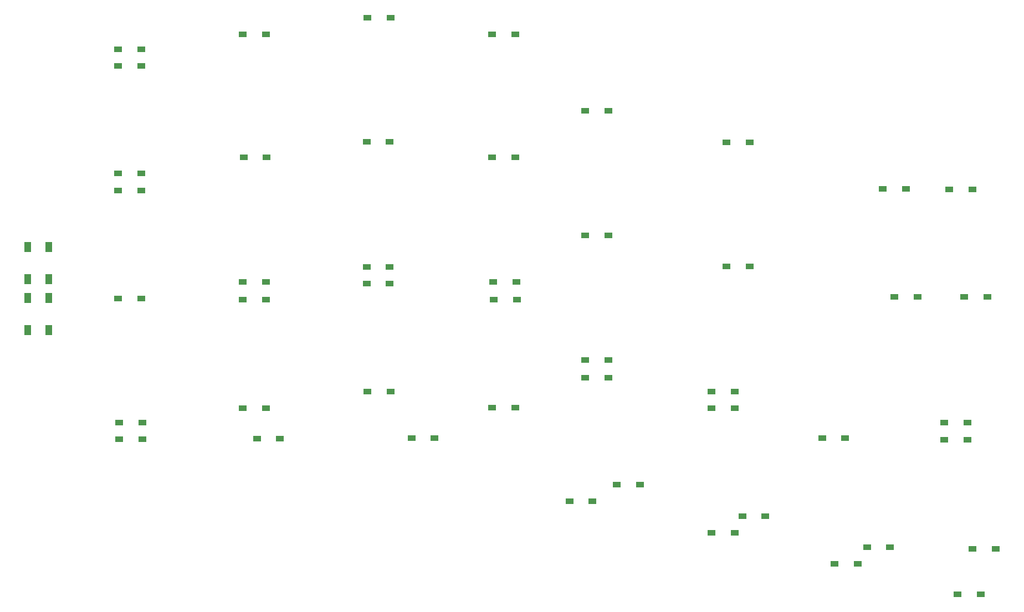
<source format=gtp>
G04 #@! TF.GenerationSoftware,KiCad,Pcbnew,(5.1.5-0-10_14)*
G04 #@! TF.CreationDate,2020-05-14T06:03:50+09:00*
G04 #@! TF.ProjectId,Colice,436f6c69-6365-42e6-9b69-6361645f7063,rev?*
G04 #@! TF.SameCoordinates,Original*
G04 #@! TF.FileFunction,Paste,Top*
G04 #@! TF.FilePolarity,Positive*
%FSLAX46Y46*%
G04 Gerber Fmt 4.6, Leading zero omitted, Abs format (unit mm)*
G04 Created by KiCad (PCBNEW (5.1.5-0-10_14)) date 2020-05-14 06:03:50*
%MOMM*%
%LPD*%
G04 APERTURE LIST*
%ADD10R,1.300000X0.950000*%
%ADD11R,1.000000X1.500000*%
G04 APERTURE END LIST*
D10*
X225549000Y-132207000D03*
X221999000Y-132207000D03*
X231143000Y-91440000D03*
X234693000Y-91440000D03*
X209039000Y-86741000D03*
X205489000Y-86741000D03*
X187449000Y-62992000D03*
X183899000Y-62992000D03*
X232915000Y-74930000D03*
X229365000Y-74930000D03*
X209039000Y-67818000D03*
X205489000Y-67818000D03*
X206753000Y-105918000D03*
X203203000Y-105918000D03*
X211452000Y-124968000D03*
X207902000Y-124968000D03*
X206753000Y-127508000D03*
X203203000Y-127508000D03*
X187449000Y-82042000D03*
X183899000Y-82042000D03*
X187449000Y-101092000D03*
X183899000Y-101092000D03*
X192275000Y-120142000D03*
X188725000Y-120142000D03*
X173225000Y-51308000D03*
X169675000Y-51308000D03*
X173225000Y-70104000D03*
X169675000Y-70104000D03*
X173415500Y-89154000D03*
X169865500Y-89154000D03*
X173225000Y-108378630D03*
X169675000Y-108378630D03*
X160906000Y-113030000D03*
X157356000Y-113030000D03*
X154175000Y-48768000D03*
X150625000Y-48768000D03*
X154048000Y-67691000D03*
X150498000Y-67691000D03*
X154048000Y-86868000D03*
X150498000Y-86868000D03*
X154175000Y-105918000D03*
X150625000Y-105918000D03*
X137284000Y-113109850D03*
X133734000Y-113109850D03*
X135125000Y-51308000D03*
X131575000Y-51308000D03*
X135252000Y-70104000D03*
X131702000Y-70104000D03*
X135125000Y-89154000D03*
X131575000Y-89154000D03*
X135125000Y-108458000D03*
X131575000Y-108458000D03*
X116075000Y-53594000D03*
X112525000Y-53594000D03*
X116075000Y-72517000D03*
X112525000Y-72517000D03*
X116075000Y-91694000D03*
X112525000Y-91694000D03*
X116265500Y-110664630D03*
X112715500Y-110664630D03*
X116265500Y-113157000D03*
X112715500Y-113157000D03*
X245361000Y-91440000D03*
X241811000Y-91440000D03*
X240795000Y-136906000D03*
X244345000Y-136906000D03*
X242313000Y-110617000D03*
X238763000Y-110617000D03*
X226952000Y-129667000D03*
X230502000Y-129667000D03*
X185036000Y-122682000D03*
X181486000Y-122682000D03*
X112525000Y-75184000D03*
X116075000Y-75184000D03*
X116075000Y-56134000D03*
X112525000Y-56134000D03*
X135125000Y-91821000D03*
X131575000Y-91821000D03*
X238763000Y-113284000D03*
X242313000Y-113284000D03*
X243081000Y-129921000D03*
X246631000Y-129921000D03*
X223644000Y-113030000D03*
X220094000Y-113030000D03*
X150498000Y-89408000D03*
X154048000Y-89408000D03*
X173479000Y-91821000D03*
X169929000Y-91821000D03*
X183899000Y-103759000D03*
X187449000Y-103759000D03*
X206753000Y-108458000D03*
X203203000Y-108458000D03*
D11*
X98717300Y-96531600D03*
X101917300Y-96531600D03*
X98717300Y-91631600D03*
X101917300Y-91631600D03*
X101917300Y-83808400D03*
X98717300Y-83808400D03*
X101917300Y-88708400D03*
X98717300Y-88708400D03*
D10*
X239525000Y-75009690D03*
X243075000Y-75009690D03*
M02*

</source>
